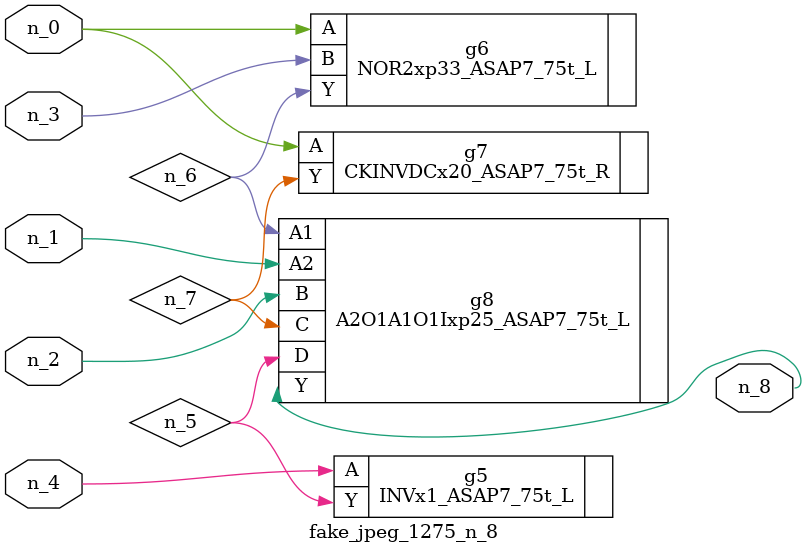
<source format=v>
module fake_jpeg_1275_n_8 (n_3, n_2, n_1, n_0, n_4, n_8);

input n_3;
input n_2;
input n_1;
input n_0;
input n_4;

output n_8;

wire n_6;
wire n_5;
wire n_7;

INVx1_ASAP7_75t_L g5 ( 
.A(n_4),
.Y(n_5)
);

NOR2xp33_ASAP7_75t_L g6 ( 
.A(n_0),
.B(n_3),
.Y(n_6)
);

CKINVDCx20_ASAP7_75t_R g7 ( 
.A(n_0),
.Y(n_7)
);

A2O1A1O1Ixp25_ASAP7_75t_L g8 ( 
.A1(n_6),
.A2(n_1),
.B(n_2),
.C(n_7),
.D(n_5),
.Y(n_8)
);


endmodule
</source>
